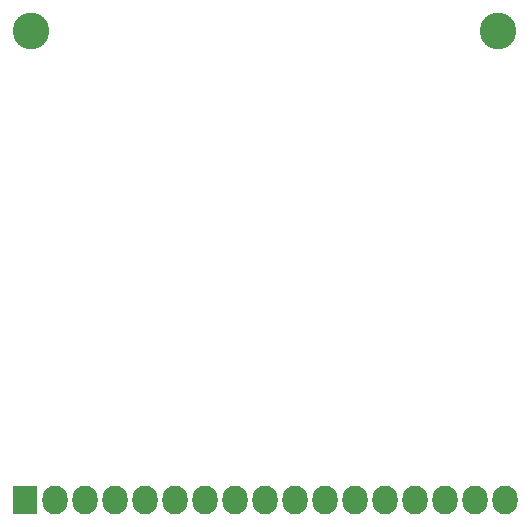
<source format=gbs>
G04 #@! TF.GenerationSoftware,KiCad,Pcbnew,(2017-01-24 revision 0b6147e)-makepkg*
G04 #@! TF.CreationDate,2017-10-03T07:54:18-07:00*
G04 #@! TF.ProjectId,OLED_1.5_128X128_breakout,4F4C45445F312E355F31323858313238,rev?*
G04 #@! TF.FileFunction,Soldermask,Bot*
G04 #@! TF.FilePolarity,Negative*
%FSLAX46Y46*%
G04 Gerber Fmt 4.6, Leading zero omitted, Abs format (unit mm)*
G04 Created by KiCad (PCBNEW (2017-01-24 revision 0b6147e)-makepkg) date 10/03/17 07:54:18*
%MOMM*%
%LPD*%
G01*
G04 APERTURE LIST*
%ADD10C,0.100000*%
%ADD11R,2.127200X2.432000*%
%ADD12O,2.127200X2.432000*%
%ADD13C,3.100000*%
G04 APERTURE END LIST*
D10*
D11*
X51760000Y-89000000D03*
D12*
X54300000Y-89000000D03*
X56840000Y-89000000D03*
X59380000Y-89000000D03*
X61920000Y-89000000D03*
X64460000Y-89000000D03*
X67000000Y-89000000D03*
X69540000Y-89000000D03*
X72080000Y-89000000D03*
X74620000Y-89000000D03*
X77160000Y-89000000D03*
X79700000Y-89000000D03*
X82240000Y-89000000D03*
X84780000Y-89000000D03*
X87320000Y-89000000D03*
X89860000Y-89000000D03*
X92400000Y-89000000D03*
D13*
X52250000Y-49250000D03*
X91750000Y-49250000D03*
M02*

</source>
